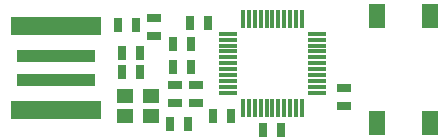
<source format=gts>
G04 (created by PCBNEW (2013-mar-13)-testing) date Tue 26 Mar 2013 09:26:07 PM EDT*
%MOIN*%
G04 Gerber Fmt 3.4, Leading zero omitted, Abs format*
%FSLAX34Y34*%
G01*
G70*
G90*
G04 APERTURE LIST*
%ADD10C,0.006*%
%ADD11R,0.011811X0.06*%
%ADD12R,0.06X0.011811*%
%ADD13R,0.0551181X0.0472441*%
%ADD14R,0.0551181X0.0826772*%
%ADD15R,0.3X0.06*%
%ADD16R,0.26X0.04*%
%ADD17R,0.025X0.045*%
%ADD18R,0.045X0.025*%
G04 APERTURE END LIST*
G54D10*
G54D11*
X70825Y-54423D03*
X70628Y-54423D03*
X70431Y-54423D03*
X70234Y-54423D03*
X70037Y-54423D03*
X69840Y-54423D03*
X71021Y-54423D03*
X71218Y-54423D03*
X71415Y-54423D03*
X71612Y-54423D03*
X71809Y-54423D03*
X70825Y-57376D03*
X70628Y-57376D03*
X70431Y-57376D03*
X70234Y-57376D03*
X70037Y-57376D03*
X69840Y-57376D03*
X71021Y-57376D03*
X71218Y-57376D03*
X71415Y-57376D03*
X71612Y-57376D03*
X71809Y-57376D03*
G54D12*
X69348Y-55900D03*
X72301Y-55900D03*
X69348Y-56096D03*
X72301Y-56096D03*
X72301Y-56293D03*
X69348Y-56293D03*
X69348Y-56490D03*
X72301Y-56490D03*
X72301Y-56687D03*
X69348Y-56687D03*
X69348Y-56884D03*
X72301Y-56884D03*
X72301Y-55703D03*
X69348Y-55703D03*
X69348Y-55506D03*
X72301Y-55506D03*
X72301Y-55309D03*
X69348Y-55309D03*
X69348Y-55112D03*
X72301Y-55112D03*
X72301Y-54915D03*
X69348Y-54915D03*
G54D13*
X66783Y-56990D03*
X65916Y-56990D03*
X65916Y-57659D03*
X66783Y-57659D03*
G54D14*
X74294Y-57891D03*
X74294Y-54308D03*
X76065Y-57891D03*
X76065Y-54308D03*
G54D15*
X63600Y-57440D03*
G54D16*
X63600Y-56440D03*
X63600Y-55640D03*
G54D15*
X63600Y-54640D03*
G54D17*
X65825Y-56175D03*
X66425Y-56175D03*
X67520Y-56020D03*
X68120Y-56020D03*
X67520Y-55240D03*
X68120Y-55240D03*
X65825Y-55550D03*
X66425Y-55550D03*
X70520Y-58120D03*
X71120Y-58120D03*
X68675Y-54550D03*
X68075Y-54550D03*
G54D18*
X67575Y-56625D03*
X67575Y-57225D03*
G54D17*
X68850Y-57650D03*
X69450Y-57650D03*
X67400Y-57925D03*
X68000Y-57925D03*
G54D18*
X68275Y-56625D03*
X68275Y-57225D03*
X66875Y-54375D03*
X66875Y-54975D03*
X73210Y-57315D03*
X73210Y-56715D03*
G54D17*
X66275Y-54625D03*
X65675Y-54625D03*
M02*

</source>
